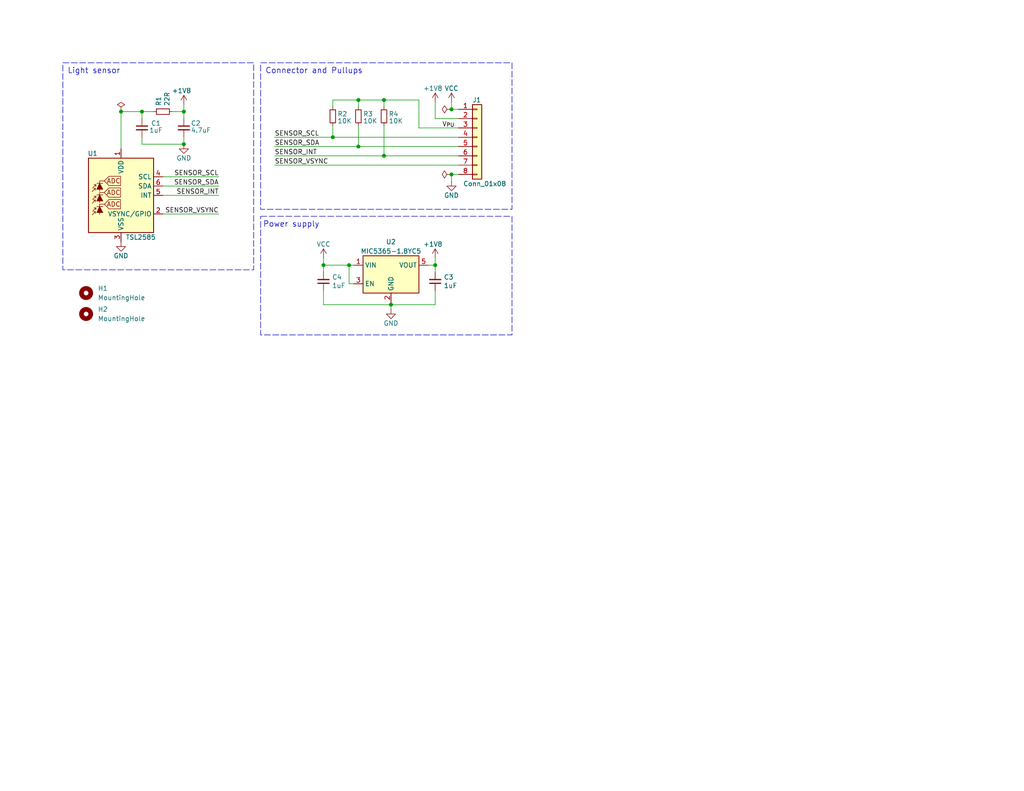
<source format=kicad_sch>
(kicad_sch (version 20230121) (generator eeschema)
  (paper "USLetter")
  (title_block (title "TSL2585 Sensor Breakout Board") (date "2023-11-27") (rev "A") (company "LogicProbe.org") (comment 1 "Derek Konigsberg <dkonigsberg@logicprobe.org>"))
  (lib_symbols
    (symbol "AMS_Sensor_Optical:TSL2585"
      (property "Reference" "U" (at -8.89 11.43 0))
      (property "Value" "TSL2585" (at 0.635 11.43 0))
      (symbol "TSL2585_0_0"
        (polyline (pts (xy -4.572 -2.413) (xy -3.302 -1.143) (xy -0.127 -1.143) (xy -0.127 -3.683) (xy -3.302 -3.683) (xy -4.572 -2.413)))
        (polyline (pts (xy -4.572 0.762) (xy -3.302 2.032) (xy -0.127 2.032) (xy -0.127 -0.508) (xy -3.302 -0.508) (xy -4.572 0.762)))
        (polyline (pts (xy -4.572 3.937) (xy -3.302 5.207) (xy -0.127 5.207) (xy -0.127 2.667) (xy -3.302 2.667) (xy -4.572 3.937)))
        (text "ADC" (at -2.032 -2.413 0) (effects (font (size 1.27 1.27))))
        (text "ADC" (at -2.032 0.762 0) (effects (font (size 1.27 1.27))))
        (text "ADC" (at -2.032 3.937 0) (effects (font (size 1.27 1.27))))
      )
      (symbol "TSL2585_0_1"
        (rectangle (start -8.89 10.16) (end 8.89 -10.16) (stroke (width 0.254)) (fill (type background)))
      )
      (symbol "TSL2585_1_0"
        (polyline (pts (xy -5.842 -5.207) (xy -5.842 -2.413) (xy -4.572 -2.413)))
        (polyline (pts (xy -5.842 -2.032) (xy -5.842 0.762) (xy -4.572 0.762)))
        (polyline (pts (xy -5.842 1.143) (xy -5.842 3.937) (xy -4.572 3.937)))
      )
      (symbol "TSL2585_1_1"
        (polyline (pts (xy -6.985 -4.445) (xy -7.874 -5.334)))
        (polyline (pts (xy -6.985 -4.445) (xy -7.493 -4.445)))
        (polyline (pts (xy -6.985 -4.445) (xy -6.985 -4.953)))
        (polyline (pts (xy -6.985 -1.27) (xy -7.874 -2.159)))
        (polyline (pts (xy -6.985 -1.27) (xy -7.493 -1.27)))
        (polyline (pts (xy -6.985 -1.27) (xy -6.985 -1.778)))
        (polyline (pts (xy -6.985 1.905) (xy -7.874 1.016)))
        (polyline (pts (xy -6.985 1.905) (xy -7.493 1.905)))
        (polyline (pts (xy -6.985 1.905) (xy -6.985 1.397)))
        (polyline (pts (xy -6.858 -3.429) (xy -7.747 -4.318)))
        (polyline (pts (xy -6.858 -3.429) (xy -7.366 -3.429)))
        (polyline (pts (xy -6.858 -3.429) (xy -6.858 -3.937)))
        (polyline (pts (xy -6.858 -0.254) (xy -7.747 -1.143)))
        (polyline (pts (xy -6.858 -0.254) (xy -7.366 -0.254)))
        (polyline (pts (xy -6.858 -0.254) (xy -6.858 -0.762)))
        (polyline (pts (xy -6.858 2.921) (xy -7.747 2.032)))
        (polyline (pts (xy -6.858 2.921) (xy -7.366 2.921)))
        (polyline (pts (xy -6.858 2.921) (xy -6.858 2.413)))
        (polyline (pts (xy -6.604 -3.048) (xy -4.953 -3.048)))
        (polyline (pts (xy -6.604 0.127) (xy -4.953 0.127)))
        (polyline (pts (xy -6.604 3.302) (xy -4.953 3.302)))
        (polyline (pts (xy -6.604 -4.699) (xy -4.953 -4.699) (xy -5.842 -3.048) (xy -6.604 -4.699)) (fill (type outline)))
        (polyline (pts (xy -6.604 -1.524) (xy -4.953 -1.524) (xy -5.842 0.127) (xy -6.604 -1.524)) (fill (type outline)))
        (polyline (pts (xy -6.604 1.651) (xy -4.953 1.651) (xy -5.842 3.302) (xy -6.604 1.651)) (fill (type outline)))
        (pin power_in line (at 0 12.7 270) (length 2.54) (name "VDD") (number "1"))
        (pin bidirectional line (at 11.43 -5.08 180) (length 2.54) (name "VSYNC/GPIO") (number "2"))
        (pin power_in line (at 0 -12.7 90) (length 2.54) (name "VSS") (number "3"))
        (pin input line (at 11.43 5.08 180) (length 2.54) (name "SCL") (number "4"))
        (pin open_collector line (at 11.43 0 180) (length 2.54) (name "INT") (number "5"))
        (pin bidirectional line (at 11.43 2.54 180) (length 2.54) (name "SDA") (number "6"))
      )
    )
    (symbol "Connector_Generic:Conn_01x08" (pin_names (offset 1.016) hide)
      (property "Reference" "J" (at 0 10.16 0))
      (property "Value" "Conn_01x08" (at 0 -12.7 0))
      (symbol "Conn_01x08_1_1"
        (rectangle (start -1.27 -10.033) (end 0 -10.287) (stroke (width 0.1524)))
        (rectangle (start -1.27 -7.493) (end 0 -7.747) (stroke (width 0.1524)))
        (rectangle (start -1.27 -4.953) (end 0 -5.207) (stroke (width 0.1524)))
        (rectangle (start -1.27 -2.413) (end 0 -2.667) (stroke (width 0.1524)))
        (rectangle (start -1.27 0.127) (end 0 -0.127) (stroke (width 0.1524)))
        (rectangle (start -1.27 2.667) (end 0 2.413) (stroke (width 0.1524)))
        (rectangle (start -1.27 5.207) (end 0 4.953) (stroke (width 0.1524)))
        (rectangle (start -1.27 7.747) (end 0 7.493) (stroke (width 0.1524)))
        (rectangle (start -1.27 8.89) (end 1.27 -11.43) (stroke (width 0.254)) (fill (type background)))
        (pin passive line (at -5.08 7.62 0) (length 3.81) (name "Pin_1") (number "1"))
        (pin passive line (at -5.08 5.08 0) (length 3.81) (name "Pin_2") (number "2"))
        (pin passive line (at -5.08 2.54 0) (length 3.81) (name "Pin_3") (number "3"))
        (pin passive line (at -5.08 0 0) (length 3.81) (name "Pin_4") (number "4"))
        (pin passive line (at -5.08 -2.54 0) (length 3.81) (name "Pin_5") (number "5"))
        (pin passive line (at -5.08 -5.08 0) (length 3.81) (name "Pin_6") (number "6"))
        (pin passive line (at -5.08 -7.62 0) (length 3.81) (name "Pin_7") (number "7"))
        (pin passive line (at -5.08 -10.16 0) (length 3.81) (name "Pin_8") (number "8"))
      )
    )
    (symbol "Device:C_Small" (pin_numbers hide) (pin_names (offset 0.254) hide)
      (property "Reference" "C" (at 0.254 1.778 0))
      (property "Value" "C_Small" (at 0.254 -2.032 0))
      (symbol "C_Small_0_1"
        (polyline (pts (xy -1.524 -0.508) (xy 1.524 -0.508)) (stroke (width 0.3302)))
        (polyline (pts (xy -1.524 0.508) (xy 1.524 0.508)) (stroke (width 0.3048)))
      )
      (symbol "C_Small_1_1"
        (pin passive line (at 0 2.54 270) (length 2.032) (name "~") (number "1"))
        (pin passive line (at 0 -2.54 90) (length 2.032) (name "~") (number "2"))
      )
    )
    (symbol "Device:R_Small" (pin_numbers hide) (pin_names (offset 0.254) hide)
      (property "Reference" "R" (at 0.762 0.508 0))
      (property "Value" "R_Small" (at 0.762 -1.016 0))
      (symbol "R_Small_0_1"
        (rectangle (start -0.762 1.778) (end 0.762 -1.778) (stroke (width 0.2032)))
      )
      (symbol "R_Small_1_1"
        (pin passive line (at 0 2.54 270) (length 0.762) (name "~") (number "1"))
        (pin passive line (at 0 -2.54 90) (length 0.762) (name "~") (number "2"))
      )
    )
    (symbol "Mechanical:MountingHole" (pin_names (offset 1.016))
      (property "Reference" "H" (at 0 5.08 0))
      (property "Value" "MountingHole" (at 0 3.175 0))
      (symbol "MountingHole_0_1"
        (circle (center 0 0) (radius 1.27) (stroke (width 1.27)))
      )
    )
    (symbol "Regulator_Linear:MIC5365-3.3YC5"
      (property "Reference" "U" (at -6.35 6.35 0))
      (property "Value" "MIC5365-3.3YC5" (at 0 6.35 0))
      (symbol "MIC5365-3.3YC5_0_1"
        (rectangle (start -7.62 -5.08) (end 7.62 5.08) (stroke (width 0.254)) (fill (type background)))
      )
      (symbol "MIC5365-3.3YC5_1_1"
        (pin power_in line (at -10.16 2.54 0) (length 2.54) (name "VIN") (number "1"))
        (pin power_in line (at 0 -7.62 90) (length 2.54) (name "GND") (number "2"))
        (pin input line (at -10.16 -2.54 0) (length 2.54) (name "EN") (number "3"))
        (pin no_connect line (at 7.62 -2.54 180) (length 2.54) hide (name "NC") (number "4"))
        (pin power_out line (at 10.16 2.54 180) (length 2.54) (name "VOUT") (number "5"))
      )
    )
    (symbol "power:+1V8" (power) (pin_names (offset 0))
      (property "Value" "+1V8" (at 0 3.556 0))
      (symbol "+1V8_0_1"
        (polyline (pts (xy -0.762 1.27) (xy 0 2.54)))
        (polyline (pts (xy 0 0) (xy 0 2.54)))
        (polyline (pts (xy 0 2.54) (xy 0.762 1.27)))
      )
      (symbol "+1V8_1_1"
        (pin power_in line (at 0 0 90) (length 0) hide (name "+1V8") (number "1"))
      )
    )
    (symbol "power:GND" (power) (pin_names (offset 0))
      (property "Value" "GND" (at 0 -3.81 0))
      (symbol "GND_0_1"
        (polyline (pts (xy 0 0) (xy 0 -1.27) (xy 1.27 -1.27) (xy 0 -2.54) (xy -1.27 -1.27) (xy 0 -1.27)))
      )
      (symbol "GND_1_1"
        (pin power_in line (at 0 0 270) (length 0) hide (name "GND") (number "1"))
      )
    )
    (symbol "power:PWR_FLAG" (power) (pin_numbers hide) (pin_names (offset 0) hide)
      (property "Value" "PWR_FLAG" (at 0 3.81 0))
      (symbol "PWR_FLAG_0_0"
        (pin power_out line (at 0 0 90) (length 0) (name "pwr") (number "1"))
      )
      (symbol "PWR_FLAG_0_1"
        (polyline (pts (xy 0 0) (xy 0 1.27) (xy -1.016 1.905) (xy 0 2.54) (xy 1.016 1.905) (xy 0 1.27)))
      )
    )
    (symbol "power:VCC" (power) (pin_names (offset 0))
      (property "Value" "VCC" (at 0 3.81 0))
      (symbol "VCC_0_1"
        (polyline (pts (xy -0.762 1.27) (xy 0 2.54)))
        (polyline (pts (xy 0 0) (xy 0 2.54)))
        (polyline (pts (xy 0 2.54) (xy 0.762 1.27)))
      )
      (symbol "VCC_1_1"
        (pin power_in line (at 0 0 90) (length 0) hide (name "VCC") (number "1"))
      )
    )
  )
  (junction (at 50.165 39.37))
  (junction (at 50.165 30.48))
  (junction (at 97.79 40.005))
  (junction (at 88.265 72.39))
  (junction (at 104.775 27.305))
  (junction (at 118.745 72.39))
  (junction (at 95.25 72.39))
  (junction (at 38.735 30.48))
  (junction (at 123.19 47.625))
  (junction (at 123.19 29.845))
  (junction (at 97.79 27.305))
  (junction (at 106.68 83.185))
  (junction (at 104.775 42.545))
  (junction (at 90.805 37.465))
  (junction (at 33.02 30.48))
  (wire (pts (xy 118.745 70.485) (xy 118.745 72.39)))
  (wire (pts (xy 88.265 70.485) (xy 88.265 72.39)))
  (wire (pts (xy 97.79 40.005) (xy 125.095 40.005)))
  (wire (pts (xy 44.45 48.26) (xy 59.69 48.26)))
  (wire (pts (xy 90.805 37.465) (xy 90.805 34.29)))
  (wire (pts (xy 90.805 27.305) (xy 97.79 27.305)))
  (wire (pts (xy 90.805 37.465) (xy 125.095 37.465)))
  (wire (pts (xy 104.775 27.305) (xy 114.3 27.305)))
  (wire (pts (xy 38.735 37.465) (xy 38.735 39.37)))
  (wire (pts (xy 106.68 82.55) (xy 106.68 83.185)))
  (wire (pts (xy 97.79 27.305) (xy 97.79 29.21)))
  (wire (pts (xy 104.775 42.545) (xy 104.775 34.29)))
  (wire (pts (xy 74.93 37.465) (xy 90.805 37.465)))
  (wire (pts (xy 116.84 72.39) (xy 118.745 72.39)))
  (wire (pts (xy 106.68 83.185) (xy 106.68 84.455)))
  (wire (pts (xy 118.745 72.39) (xy 118.745 74.295)))
  (wire (pts (xy 114.3 27.305) (xy 114.3 34.925)))
  (wire (pts (xy 88.265 79.375) (xy 88.265 83.185)))
  (wire (pts (xy 33.02 30.48) (xy 33.02 40.64)))
  (wire (pts (xy 41.91 30.48) (xy 38.735 30.48)))
  (wire (pts (xy 104.775 27.305) (xy 104.775 29.21)))
  (wire (pts (xy 118.745 79.375) (xy 118.745 83.185)))
  (wire (pts (xy 123.19 47.625) (xy 123.19 49.53)))
  (wire (pts (xy 97.79 27.305) (xy 104.775 27.305)))
  (wire (pts (xy 44.45 50.8) (xy 59.69 50.8)))
  (wire (pts (xy 123.19 27.94) (xy 123.19 29.845)))
  (wire (pts (xy 38.735 39.37) (xy 50.165 39.37)))
  (wire (pts (xy 50.165 37.465) (xy 50.165 39.37)))
  (wire (pts (xy 125.095 47.625) (xy 123.19 47.625)))
  (wire (pts (xy 95.25 77.47) (xy 95.25 72.39)))
  (wire (pts (xy 114.3 34.925) (xy 125.095 34.925)))
  (wire (pts (xy 74.93 42.545) (xy 104.775 42.545)))
  (wire (pts (xy 88.265 74.295) (xy 88.265 72.39)))
  (wire (pts (xy 97.79 40.005) (xy 97.79 34.29)))
  (wire (pts (xy 95.25 72.39) (xy 96.52 72.39)))
  (wire (pts (xy 118.745 27.94) (xy 118.745 32.385)))
  (wire (pts (xy 123.19 29.845) (xy 125.095 29.845)))
  (wire (pts (xy 74.93 40.005) (xy 97.79 40.005)))
  (wire (pts (xy 90.805 29.21) (xy 90.805 27.305)))
  (wire (pts (xy 88.265 72.39) (xy 95.25 72.39)))
  (wire (pts (xy 38.735 30.48) (xy 33.02 30.48)))
  (wire (pts (xy 88.265 83.185) (xy 106.68 83.185)))
  (wire (pts (xy 118.745 32.385) (xy 125.095 32.385)))
  (wire (pts (xy 74.93 45.085) (xy 125.095 45.085)))
  (wire (pts (xy 50.165 28.575) (xy 50.165 30.48)))
  (wire (pts (xy 118.745 83.185) (xy 106.68 83.185)))
  (wire (pts (xy 104.775 42.545) (xy 125.095 42.545)))
  (wire (pts (xy 38.735 30.48) (xy 38.735 32.385)))
  (wire (pts (xy 44.45 58.42) (xy 59.69 58.42)))
  (wire (pts (xy 46.99 30.48) (xy 50.165 30.48)))
  (wire (pts (xy 44.45 53.34) (xy 59.69 53.34)))
  (wire (pts (xy 50.165 30.48) (xy 50.165 32.385)))
  (wire (pts (xy 96.52 77.47) (xy 95.25 77.47)))
  (rectangle (start 17.145 17.145) (end 69.215 73.66) (stroke (width 0) (type dash)))
  (rectangle (start 71.12 17.145) (end 139.7 57.15) (stroke (width 0) (type dash)))
  (rectangle (start 71.12 59.055) (end 139.7 91.44) (stroke (width 0) (type dash)))
  (text "Light sensor" (at 18.415 20.32 0) (effects (font (size 1.524 1.524)) (justify left bottom)))
  (text "Connector and Pullups" (at 72.39 20.32 0) (effects (font (size 1.524 1.524)) (justify left bottom)))
  (text "Power supply" (at 71.755 62.23 0) (effects (font (size 1.524 1.524)) (justify left bottom)))
  (label "SENSOR_INT" (at 59.69 53.34 180))
  (label "SENSOR_SDA" (at 74.93 40.005 0))
  (label "SENSOR_SDA" (at 59.69 50.8 180))
  (label "SENSOR_SCL" (at 59.69 48.26 180))
  (label "SENSOR_VSYNC" (at 59.69 58.42 180))
  (label "SENSOR_INT" (at 74.93 42.545 0))
  (label "SENSOR_SCL" (at 74.93 37.465 0))
  (label "V_{PU}" (at 120.65 34.925 0))
  (label "SENSOR_VSYNC" (at 74.93 45.085 0))
  (symbol (lib_id "Device:R_Small") (at 44.45 30.48 90) (unit 1)
    (property "Reference" "R1" (at 43.2816 28.9814 0) (effects (justify left)))
    (property "Value" "22R" (at 45.593 28.9814 0) (effects (justify left)))
    (property "Footprint" "Resistor_SMD:R_0402_1005Metric" (effects hide))
    (property "Datasheet" "https://datasheet.lcsc.com/lcsc/1810231323_YAGEO-AC0402JR-0722RL_C144722.pdf" (effects hide))
    (property "Description" "RES SMD 22 OHM 5% 1/16W 0402" (effects hide))
    (property "Manufacturer" "Yaego" (effects hide))
    (property "Manufacturer PN" "AC0402JR-0722RL" (effects hide))
    (property "Supplier" "LCSC" (effects hide))
    (property "Supplier PN" "C144722" (effects hide))
  )
  (symbol (lib_id "power:GND") (at 123.19 49.53 0) (unit 1)
    (property "Reference" "#PWR05" (effects hide))
    (property "Value" "GND" (at 123.19 53.34 0))
  )
  (symbol (lib_id "AMS_Sensor_Optical:TSL2585") (at 33.02 53.34 0) (unit 1)
    (property "Reference" "U1" (at 26.67 41.91 0) (effects (justify right)))
    (property "Value" "TSL2585" (at 42.545 64.77 0) (effects (justify right)))
    (property "Footprint" "lib_fp:AMS_TSL2585_OLGA-6_2x1mm_P0.65mm" (effects hide))
    (property "Datasheet" "https://ams.com/documents/20143/6148289/TSL2585_DS001043_4-00.pdf" (effects hide))
    (property "Description" "AMBIENT LIGHT SENSOR" (effects hide))
    (property "Manufacturer" "ams OSRAM" (effects hide))
    (property "Manufacturer PN" "TSL25853PM" (effects hide))
    (property "Supplier" "Digi-Key" (effects hide))
    (property "Supplier PN" "4991-TSL25853PMCT-ND" (effects hide))
  )
  (symbol (lib_id "power:+1V8") (at 50.165 28.575 0) (unit 1)
    (property "Reference" "#PWR02" (effects hide))
    (property "Value" "+1V8" (at 49.53 24.765 0))
  )
  (symbol (lib_id "power:VCC") (at 123.19 27.94 0) (unit 1)
    (property "Reference" "#PWR06" (effects hide))
    (property "Value" "VCC" (at 123.19 24.13 0))
  )
  (symbol (lib_id "power:GND") (at 33.02 66.04 0) (unit 1)
    (property "Reference" "#PWR01" (effects hide))
    (property "Value" "GND" (at 33.02 69.85 0))
  )
  (symbol (lib_id "Device:C_Small") (at 50.165 34.925 0) (unit 1)
    (property "Reference" "C2" (at 52.07 33.655 0) (effects (justify left)))
    (property "Value" "4.7uF" (at 52.07 35.56 0) (effects (justify left)))
    (property "Footprint" "Capacitor_SMD:C_0402_1005Metric" (effects hide))
    (property "Datasheet" "https://media.digikey.com/pdf/Data%20Sheets/Samsung%20PDFs/CL05A475KQ5NRNC_Spec.pdf" (effects hide))
    (property "Description" "CAP CER 4.7UF 6.3V X5R 0402" (effects hide))
    (property "Manufacturer" "Samsung Electro-Mechanics" (effects hide))
    (property "Manufacturer PN" "CL05A475KQ5NRNC" (effects hide))
    (property "Supplier" "Digi-Key" (effects hide))
    (property "Supplier PN" "1276-1481-1-ND" (effects hide))
  )
  (symbol (lib_id "Mechanical:MountingHole") (at 23.495 85.725 0) (unit 1)
    (property "Reference" "H2" (at 26.67 84.455 0) (effects (justify left)))
    (property "Value" "MountingHole" (at 26.67 86.995 0) (effects (justify left)))
    (property "Footprint" "MountingHole:MountingHole_2.5mm_Pad" (effects hide))
  )
  (symbol (lib_id "Device:R_Small") (at 104.775 31.75 0) (unit 1)
    (property "Reference" "R4" (at 106.045 31.115 0) (effects (justify left)))
    (property "Value" "10K" (at 106.045 33.02 0) (effects (justify left)))
    (property "Footprint" "Resistor_SMD:R_0603_1608Metric" (effects hide))
    (property "Datasheet" "https://www.vishay.com/docs/20035/dcrcwe3.pdf" (effects hide))
    (property "Description" "RES SMD 10K OHM 5% 1/10W 0603" (effects hide))
    (property "Manufacturer" "Vishay Dale" (effects hide))
    (property "Manufacturer PN" "CRCW060310K0JNEA" (effects hide))
    (property "Supplier" "Digi-Key" (effects hide))
    (property "Supplier PN" "541-10KGCT-ND" (effects hide))
  )
  (symbol (lib_id "Mechanical:MountingHole") (at 23.495 80.01 0) (unit 1)
    (property "Reference" "H1" (at 26.67 78.74 0) (effects (justify left)))
    (property "Value" "MountingHole" (at 26.67 81.28 0) (effects (justify left)))
    (property "Footprint" "MountingHole:MountingHole_2.5mm_Pad" (effects hide))
  )
  (symbol (lib_id "Device:R_Small") (at 97.79 31.75 0) (unit 1)
    (property "Reference" "R3" (at 99.06 31.115 0) (effects (justify left)))
    (property "Value" "10K" (at 99.06 33.02 0) (effects (justify left)))
    (property "Footprint" "Resistor_SMD:R_0603_1608Metric" (effects hide))
    (property "Datasheet" "https://www.vishay.com/docs/20035/dcrcwe3.pdf" (effects hide))
    (property "Description" "RES SMD 10K OHM 5% 1/10W 0603" (effects hide))
    (property "Manufacturer" "Vishay Dale" (effects hide))
    (property "Manufacturer PN" "CRCW060310K0JNEA" (effects hide))
    (property "Supplier" "Digi-Key" (effects hide))
    (property "Supplier PN" "541-10KGCT-ND" (effects hide))
  )
  (symbol (lib_id "power:PWR_FLAG") (at 123.19 47.625 90) (unit 1) (in_bom no)
    (property "Reference" "#FLG03" (effects hide))
    (property "Value" "PWR_FLAG" (effects hide))
  )
  (symbol (lib_id "Device:C_Small") (at 38.735 34.925 0) (unit 1)
    (property "Reference" "C1" (at 42.545 33.655 0))
    (property "Value" "1uF" (at 42.545 35.56 0))
    (property "Footprint" "Capacitor_SMD:C_0402_1005Metric" (effects hide))
    (property "Datasheet" "https://media.digikey.com/pdf/Data%20Sheets/Samsung%20PDFs/CL05A105KQ5NNNC_Spec.pdf" (effects hide))
    (property "Description" "CAP CER 1UF 6.3V X5R 0402" (effects hide))
    (property "Manufacturer" "Samsung Electro-Mechanics" (effects hide))
    (property "Manufacturer PN" "CL05A105KQ5NNNC" (effects hide))
    (property "Supplier" "LCSC" (effects hide))
    (property "Supplier PN" "C107372" (effects hide))
  )
  (symbol (lib_id "power:GND") (at 106.68 84.455 0) (unit 1)
    (property "Reference" "#PWR04" (effects hide))
    (property "Value" "GND" (at 106.68 88.265 0))
  )
  (symbol (lib_id "power:+1V8") (at 118.745 27.94 0) (unit 1)
    (property "Reference" "#PWR09" (effects hide))
    (property "Value" "+1V8" (at 118.11 24.13 0))
  )
  (symbol (lib_id "power:PWR_FLAG") (at 123.19 29.845 90) (unit 1) (in_bom no)
    (property "Reference" "#FLG02" (effects hide))
    (property "Value" "PWR_FLAG" (effects hide))
  )
  (symbol (lib_id "power:VCC") (at 88.265 70.485 0) (unit 1)
    (property "Reference" "#PWR08" (effects hide))
    (property "Value" "VCC" (at 88.265 66.675 0))
  )
  (symbol (lib_id "Connector_Generic:Conn_01x08") (at 130.175 37.465 0) (unit 1)
    (property "Reference" "J1" (at 128.905 27.305 0) (effects (justify left)))
    (property "Value" "Conn_01x08" (at 126.365 50.165 0) (effects (justify left)))
    (property "Footprint" "Connector_PinHeader_2.54mm:PinHeader_1x08_P2.54mm_Vertical" (effects hide))
  )
  (symbol (lib_id "Regulator_Linear:MIC5365-3.3YC5") (at 106.68 74.93 0) (unit 1)
    (property "Reference" "U2" (at 106.68 66.04 0))
    (property "Value" "MIC5365-1.8YC5" (at 106.68 68.58 0))
    (property "Footprint" "Package_TO_SOT_SMD:SOT-353_SC-70-5" (effects hide))
    (property "Datasheet" "http://ww1.microchip.com/downloads/en/DeviceDoc/mic5365.pdf" (effects hide))
    (property "Description" "Linear Voltage Regulator IC Positive Fixed 1 Output 150mA SC-70-5" (effects hide))
    (property "Manufacturer" "Microchip Technology" (effects hide))
    (property "Manufacturer PN" "MIC5365-1.8YC5-TR" (effects hide))
    (property "Supplier" "Digi-Key" (effects hide))
    (property "Supplier PN" "576-3181-1-ND" (effects hide))
  )
  (symbol (lib_id "power:+1V8") (at 118.745 70.485 0) (unit 1)
    (property "Reference" "#PWR07" (effects hide))
    (property "Value" "+1V8" (at 118.11 66.675 0))
  )
  (symbol (lib_id "Device:C_Small") (at 118.745 76.835 180) (unit 1)
    (property "Reference" "C3" (at 121.0818 75.6666 0) (effects (justify right)))
    (property "Value" "1uF" (at 121.0818 77.978 0) (effects (justify right)))
    (property "Footprint" "Capacitor_SMD:C_0603_1608Metric" (effects hide))
    (property "Datasheet" "https://media.digikey.com/pdf/Data%20Sheets/Samsung%20PDFs/CL10B105KA8NNNC_spec.pdf" (effects hide))
    (property "Description" "CAP CER 1UF 25V X7R 0603" (effects hide))
    (property "Manufacturer" "Samsung Electro-Mechanics" (effects hide))
    (property "Manufacturer PN" "CL10B105KA8NNNC" (effects hide))
    (property "Supplier" "LCSC" (effects hide))
    (property "Supplier PN" "C29936" (effects hide))
  )
  (symbol (lib_id "Device:C_Small") (at 88.265 76.835 180) (unit 1)
    (property "Reference" "C4" (at 90.6018 75.6666 0) (effects (justify right)))
    (property "Value" "1uF" (at 90.6018 77.978 0) (effects (justify right)))
    (property "Footprint" "Capacitor_SMD:C_0603_1608Metric" (effects hide))
    (property "Datasheet" "https://media.digikey.com/pdf/Data%20Sheets/Samsung%20PDFs/CL10B105KA8NNNC_spec.pdf" (effects hide))
    (property "Description" "CAP CER 1UF 25V X7R 0603" (effects hide))
    (property "Manufacturer" "Samsung Electro-Mechanics" (effects hide))
    (property "Manufacturer PN" "CL10B105KA8NNNC" (effects hide))
    (property "Supplier" "LCSC" (effects hide))
    (property "Supplier PN" "C29936" (effects hide))
  )
  (symbol (lib_id "power:PWR_FLAG") (at 33.02 30.48 0) (unit 1) (in_bom no)
    (property "Reference" "#FLG01" (effects hide))
    (property "Value" "PWR_FLAG" (effects hide))
  )
  (symbol (lib_id "power:GND") (at 50.165 39.37 0) (unit 1)
    (property "Reference" "#PWR03" (effects hide))
    (property "Value" "GND" (at 50.165 43.18 0))
  )
  (symbol (lib_id "Device:R_Small") (at 90.805 31.75 0) (unit 1)
    (property "Reference" "R2" (at 92.075 31.115 0) (effects (justify left)))
    (property "Value" "10K" (at 92.075 33.02 0) (effects (justify left)))
    (property "Footprint" "Resistor_SMD:R_0603_1608Metric" (effects hide))
    (property "Datasheet" "https://www.vishay.com/docs/20035/dcrcwe3.pdf" (effects hide))
    (property "Description" "RES SMD 10K OHM 5% 1/10W 0603" (effects hide))
    (property "Manufacturer" "Vishay Dale" (effects hide))
    (property "Manufacturer PN" "CRCW060310K0JNEA" (effects hide))
    (property "Supplier" "Digi-Key" (effects hide))
    (property "Supplier PN" "541-10KGCT-ND" (effects hide))
  )
)
</source>
